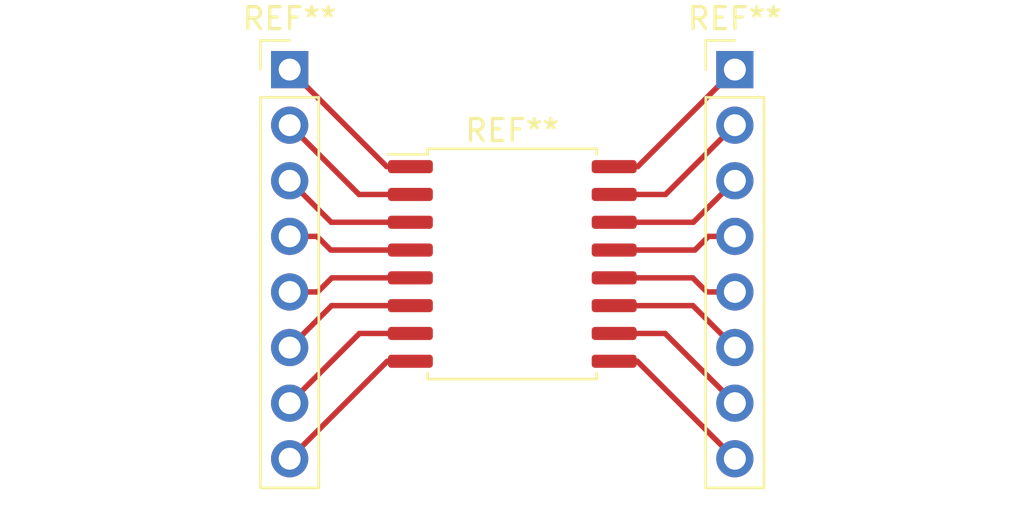
<source format=kicad_pcb>
(kicad_pcb (version 20211014) (generator pcbnew)
  (layers (0 "F.Cu" signal) (31 "B.Cu" signal) (34 "B.Paste" user) (35 "F.Paste" user) (36 "B.SilkS" user "B.Silkscreen") (37 "F.SilkS" user "F.Silkscreen") (38 "B.Mask" user) (39 "F.Mask" user) (44 "Edge.Cuts" user))
  (net 0 "")
  (footprint "Connector_PinHeader_2.54mm:PinHeader_1x08_P2.54mm_Vertical" (layer "F.Cu") (at 116.84 71.12)
    (fp_text reference "REF**" (at 0 -2.33) (layer "F.SilkS"))
    (fp_text value "PinHeader_1x08_P2.54mm_Vertical")
    (fp_line (start 1.33 1.27) (end 1.33 19.11) (layer "F.SilkS") (width 0.12))
    (fp_line (start -1.33 -1.33) (end 0 -1.33) (layer "F.SilkS") (width 0.12))
    (fp_line (start -1.33 1.27) (end -1.33 19.11) (layer "F.SilkS") (width 0.12))
    (fp_line (start -1.33 0) (end -1.33 -1.33) (layer "F.SilkS") (width 0.12))
    (fp_line (start -1.33 19.11) (end 1.33 19.11) (layer "F.SilkS") (width 0.12))
    (fp_line (start -1.33 1.27) (end 1.33 1.27) (layer "F.SilkS") (width 0.12))
    (pad "1" thru_hole rect (at 0 0) (size 1.7 1.7) (drill 1) (layers *.Cu *.Mask))
    (pad "2" thru_hole oval (at 0 2.54) (size 1.7 1.7) (drill 1) (layers *.Cu *.Mask))
    (pad "3" thru_hole oval (at 0 5.08) (size 1.7 1.7) (drill 1) (layers *.Cu *.Mask))
    (pad "4" thru_hole oval (at 0 7.62) (size 1.7 1.7) (drill 1) (layers *.Cu *.Mask))
    (pad "5" thru_hole oval (at 0 10.16) (size 1.7 1.7) (drill 1) (layers *.Cu *.Mask))
    (pad "6" thru_hole oval (at 0 12.7) (size 1.7 1.7) (drill 1) (layers *.Cu *.Mask))
    (pad "7" thru_hole oval (at 0 15.24) (size 1.7 1.7) (drill 1) (layers *.Cu *.Mask))
    (pad "8" thru_hole oval (at 0 17.78) (size 1.7 1.7) (drill 1) (layers *.Cu *.Mask))
  )
  (footprint "Package_SO:SOIC-16W_7.5x10.3mm_P1.27mm" (layer "F.Cu") (at 127 80)
    (fp_text reference "REF**" (at 0 -6.1) (layer "F.SilkS"))
    (fp_text value "SOIC-16W_7.5x10.3mm_P1.27mm")
    (fp_line (start 0 -5.26) (end 3.86 -5.26) (layer "F.SilkS") (width 0.12))
    (fp_line (start -3.86 -5.005) (end -5.675 -5.005) (layer "F.SilkS") (width 0.12))
    (fp_line (start 3.86 5.26) (end 3.86 5.005) (layer "F.SilkS") (width 0.12))
    (fp_line (start -3.86 -5.26) (end -3.86 -5.005) (layer "F.SilkS") (width 0.12))
    (fp_line (start 0 -5.26) (end -3.86 -5.26) (layer "F.SilkS") (width 0.12))
    (fp_line (start -3.86 5.26) (end -3.86 5.005) (layer "F.SilkS") (width 0.12))
    (fp_line (start 3.86 -5.26) (end 3.86 -5.005) (layer "F.SilkS") (width 0.12))
    (fp_line (start 0 5.26) (end 3.86 5.26) (layer "F.SilkS") (width 0.12))
    (fp_line (start 0 5.26) (end -3.86 5.26) (layer "F.SilkS") (width 0.12))
    (pad "1" smd roundrect (at -4.65 -4.445) (size 2.05 0.6) (layers "F.Cu" "F.Paste" "F.Mask"))
    (pad "2" smd roundrect (at -4.65 -3.175) (size 2.05 0.6) (layers "F.Cu" "F.Paste" "F.Mask"))
    (pad "3" smd roundrect (at -4.65 -1.905) (size 2.05 0.6) (layers "F.Cu" "F.Paste" "F.Mask"))
    (pad "4" smd roundrect (at -4.65 -0.635) (size 2.05 0.6) (layers "F.Cu" "F.Paste" "F.Mask"))
    (pad "5" smd roundrect (at -4.65 0.635) (size 2.05 0.6) (layers "F.Cu" "F.Paste" "F.Mask"))
    (pad "6" smd roundrect (at -4.65 1.905) (size 2.05 0.6) (layers "F.Cu" "F.Paste" "F.Mask"))
    (pad "7" smd roundrect (at -4.65 3.175) (size 2.05 0.6) (layers "F.Cu" "F.Paste" "F.Mask"))
    (pad "8" smd roundrect (at -4.65 4.445) (size 2.05 0.6) (layers "F.Cu" "F.Paste" "F.Mask"))
    (pad "9" smd roundrect (at 4.65 4.445) (size 2.05 0.6) (layers "F.Cu" "F.Paste" "F.Mask"))
    (pad "10" smd roundrect (at 4.65 3.175) (size 2.05 0.6) (layers "F.Cu" "F.Paste" "F.Mask"))
    (pad "11" smd roundrect (at 4.65 1.905) (size 2.05 0.6) (layers "F.Cu" "F.Paste" "F.Mask"))
    (pad "12" smd roundrect (at 4.65 0.635) (size 2.05 0.6) (layers "F.Cu" "F.Paste" "F.Mask"))
    (pad "13" smd roundrect (at 4.65 -0.635) (size 2.05 0.6) (layers "F.Cu" "F.Paste" "F.Mask"))
    (pad "14" smd roundrect (at 4.65 -1.905) (size 2.05 0.6) (layers "F.Cu" "F.Paste" "F.Mask"))
    (pad "15" smd roundrect (at 4.65 -3.175) (size 2.05 0.6) (layers "F.Cu" "F.Paste" "F.Mask"))
    (pad "16" smd roundrect (at 4.65 -4.445) (size 2.05 0.6) (layers "F.Cu" "F.Paste" "F.Mask"))
  )
  (footprint "Connector_PinHeader_2.54mm:PinHeader_1x08_P2.54mm_Vertical" (layer "F.Cu") (at 137.16 71.12)
    (fp_text reference "REF**" (at 0 -2.33) (layer "F.SilkS"))
    (fp_text value "PinHeader_1x08_P2.54mm_Vertical")
    (fp_line (start 1.33 1.27) (end 1.33 19.11) (layer "F.SilkS") (width 0.12))
    (fp_line (start -1.33 0) (end -1.33 -1.33) (layer "F.SilkS") (width 0.12))
    (fp_line (start -1.33 1.27) (end -1.33 19.11) (layer "F.SilkS") (width 0.12))
    (fp_line (start -1.33 -1.33) (end 0 -1.33) (layer "F.SilkS") (width 0.12))
    (fp_line (start -1.33 1.27) (end 1.33 1.27) (layer "F.SilkS") (width 0.12))
    (fp_line (start -1.33 19.11) (end 1.33 19.11) (layer "F.SilkS") (width 0.12))
    (pad "1" thru_hole rect (at 0 0) (size 1.7 1.7) (drill 1) (layers *.Cu *.Mask))
    (pad "2" thru_hole oval (at 0 2.54) (size 1.7 1.7) (drill 1) (layers *.Cu *.Mask))
    (pad "3" thru_hole oval (at 0 5.08) (size 1.7 1.7) (drill 1) (layers *.Cu *.Mask))
    (pad "4" thru_hole oval (at 0 7.62) (size 1.7 1.7) (drill 1) (layers *.Cu *.Mask))
    (pad "5" thru_hole oval (at 0 10.16) (size 1.7 1.7) (drill 1) (layers *.Cu *.Mask))
    (pad "6" thru_hole oval (at 0 12.7) (size 1.7 1.7) (drill 1) (layers *.Cu *.Mask))
    (pad "7" thru_hole oval (at 0 15.24) (size 1.7 1.7) (drill 1) (layers *.Cu *.Mask))
    (pad "8" thru_hole oval (at 0 17.78) (size 1.7 1.7) (drill 1) (layers *.Cu *.Mask))
  )
  (segment (start 131.65 79.365) (end 135.335 79.365) (width 0.25) (layer "F.Cu") (net 0))
  (segment (start 122.35 75.555) (end 121.275 75.555) (width 0.25) (layer "F.Cu") (net 0))
  (segment (start 120.005 76.825) (end 116.84 73.66) (width 0.25) (layer "F.Cu") (net 0))
  (segment (start 121.295 84.445) (end 116.84 88.9) (width 0.25) (layer "F.Cu") (net 0))
  (segment (start 122.35 84.445) (end 121.295 84.445) (width 0.25) (layer "F.Cu") (net 0))
  (segment (start 120.025 83.175) (end 116.84 86.36) (width 0.25) (layer "F.Cu") (net 0))
  (segment (start 135.245 81.905) (end 137.16 83.82) (width 0.25) (layer "F.Cu") (net 0))
  (segment (start 133.995 76.825) (end 137.16 73.66) (width 0.25) (layer "F.Cu") (net 0))
  (segment (start 118.755 81.905) (end 116.84 83.82) (width 0.25) (layer "F.Cu") (net 0))
  (segment (start 135.235 80.635) (end 135.88 81.28) (width 0.25) (layer "F.Cu") (net 0))
  (segment (start 135.96 78.74) (end 137.16 78.74) (width 0.25) (layer "F.Cu") (net 0))
  (segment (start 122.35 80.635) (end 118.765 80.635) (width 0.25) (layer "F.Cu") (net 0))
  (segment (start 131.65 78.095) (end 135.265 78.095) (width 0.25) (layer "F.Cu") (net 0))
  (segment (start 131.65 75.555) (end 132.725 75.555) (width 0.25) (layer "F.Cu") (net 0))
  (segment (start 132.705 84.445) (end 137.16 88.9) (width 0.25) (layer "F.Cu") (net 0))
  (segment (start 118.09 78.74) (end 116.84 78.74) (width 0.25) (layer "F.Cu") (net 0))
  (segment (start 118.735 78.095) (end 116.84 76.2) (width 0.25) (layer "F.Cu") (net 0))
  (segment (start 118.765 80.635) (end 118.12 81.28) (width 0.25) (layer "F.Cu") (net 0))
  (segment (start 122.35 83.175) (end 120.025 83.175) (width 0.25) (layer "F.Cu") (net 0))
  (segment (start 122.35 81.905) (end 118.755 81.905) (width 0.25) (layer "F.Cu") (net 0))
  (segment (start 131.65 81.905) (end 135.245 81.905) (width 0.25) (layer "F.Cu") (net 0))
  (segment (start 118.12 81.28) (end 116.84 81.28) (width 0.25) (layer "F.Cu") (net 0))
  (segment (start 131.65 80.635) (end 135.235 80.635) (width 0.25) (layer "F.Cu") (net 0))
  (segment (start 132.725 75.555) (end 137.16 71.12) (width 0.25) (layer "F.Cu") (net 0))
  (segment (start 135.88 81.28) (end 137.16 81.28) (width 0.25) (layer "F.Cu") (net 0))
  (segment (start 122.35 78.095) (end 118.735 78.095) (width 0.25) (layer "F.Cu") (net 0))
  (segment (start 121.275 75.555) (end 116.84 71.12) (width 0.25) (layer "F.Cu") (net 0))
  (segment (start 118.715 79.365) (end 118.09 78.74) (width 0.25) (layer "F.Cu") (net 0))
  (segment (start 131.65 76.825) (end 133.995 76.825) (width 0.25) (layer "F.Cu") (net 0))
  (segment (start 131.65 84.445) (end 132.705 84.445) (width 0.25) (layer "F.Cu") (net 0))
  (segment (start 122.35 79.365) (end 118.715 79.365) (width 0.25) (layer "F.Cu") (net 0))
  (segment (start 135.335 79.365) (end 135.96 78.74) (width 0.25) (layer "F.Cu") (net 0))
  (segment (start 133.975 83.175) (end 137.16 86.36) (width 0.25) (layer "F.Cu") (net 0))
  (segment (start 122.35 76.825) (end 120.005 76.825) (width 0.25) (layer "F.Cu") (net 0))
  (segment (start 135.265 78.095) (end 137.16 76.2) (width 0.25) (layer "F.Cu") (net 0))
  (segment (start 131.65 83.175) (end 133.975 83.175) (width 0.25) (layer "F.Cu") (net 0))
)
</source>
